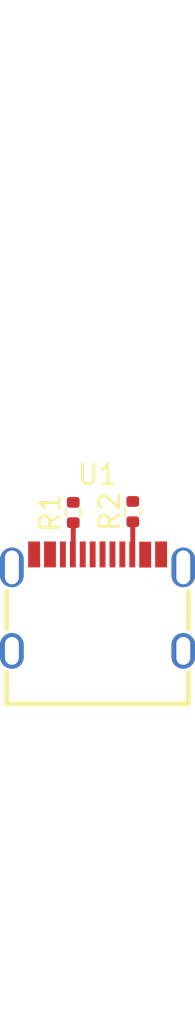
<source format=kicad_pcb>
(kicad_pcb (version 20240108) (generator "pcbnew") (generator_version "8.0")
  (layers (0 "F.Cu" signal) (31 "B.Cu" signal) (34 "B.Paste" user) (35 "F.Paste" user) (36 "B.SilkS" user "B.Silkscreen") (37 "F.SilkS" user "F.Silkscreen") (38 "B.Mask" user) (39 "F.Mask" user) (44 "Edge.Cuts" user))
  (net 0 "")
  (net 1 "sub2")
  (net 2 "cc1")
  (net 3 "vcc")
  (net 4 "gnd")
  (net 5 "dm")
  (net 6 "dp")
  (net 7 "cc2")
  (net 8 "sub1")
  (footprint "lib:USB-C-SMD_KH-TYPE-C-16P" (layer "F.Cu") (at 130.625 64.965)
    (property "Reference" "U1" (at 0 -6.42 0) (layer "F.SilkS"))
    (property "Value" "")
    (fp_line (start -4.58 -0.57) (end -4.58 1.32) (stroke (width 0.25)) (layer "F.SilkS"))
    (fp_line (start -4.58 3.51) (end -4.58 5.08) (stroke (width 0.25)) (layer "F.SilkS"))
    (fp_line (start -4.58 5.08) (end 4.57 5.08) (stroke (width 0.25)) (layer "F.SilkS"))
    (fp_line (start 4.57 1.32) (end 4.57 -0.57) (stroke (width 0.25)) (layer "F.SilkS"))
    (fp_line (start 4.57 5.08) (end 4.57 3.51) (stroke (width 0.25)) (layer "F.SilkS"))
    (pad "" thru_hole circle (at -2.89 -1.23) (size 0.7 0.7) (drill 0.7) (layers "*.Cu" "*.Mask"))
    (pad "" thru_hole circle (at 2.89 -1.23) (size 0.7 0.7) (drill 0.7) (layers "*.Cu" "*.Mask"))
    (pad "1" thru_hole oval (at -4.32 -1.77) (size 1.2 2) (drill oval 0.700024 1.699997) (layers "*.Cu" "*.Mask") (net 4 "gnd"))
    (pad "2" thru_hole oval (at 4.32 -1.77) (size 1.2 2) (drill oval 0.700024 1.699997) (layers "*.Cu" "*.Mask") (net 4 "gnd"))
    (pad "3" thru_hole oval (at -4.32 2.42) (size 1.2 1.8) (drill oval 0.700024 1.399997) (layers "*.Cu" "*.Mask") (net 4 "gnd"))
    (pad "4" thru_hole oval (at 4.32 2.42) (size 1.2 1.8) (drill oval 0.700024 1.399997) (layers "*.Cu" "*.Mask") (net 4 "gnd"))
    (pad "A1" smd rect (at -3.35 -2.42) (size 0.3 1.3) (layers "F.Cu" "F.Paste" "F.Mask") (net 4 "gnd"))
    (pad "A4" smd rect (at -2.55 -2.42) (size 0.3 1.3) (layers "F.Cu" "F.Paste" "F.Mask") (net 3 "vcc"))
    (pad "A5" smd rect (at -1.25 -2.42) (size 0.3 1.3) (layers "F.Cu" "F.Paste" "F.Mask") (net 2 "cc1"))
    (pad "A6" smd rect (at -0.25 -2.42) (size 0.3 1.3) (layers "F.Cu" "F.Paste" "F.Mask") (net 6 "dp"))
    (pad "A7" smd rect (at 0.25 -2.42) (size 0.3 1.3) (layers "F.Cu" "F.Paste" "F.Mask") (net 5 "dm"))
    (pad "A8" smd rect (at 1.25 -2.42) (size 0.3 1.3) (layers "F.Cu" "F.Paste" "F.Mask") (net 8 "sub1"))
    (pad "A9" smd rect (at 2.55 -2.41) (size 0.3 1.3) (layers "F.Cu" "F.Paste" "F.Mask") (net 3 "vcc"))
    (pad "A12" smd rect (at 3.35 -2.42) (size 0.3 1.3) (layers "F.Cu" "F.Paste" "F.Mask") (net 4 "gnd"))
    (pad "B1" smd rect (at 3.05 -2.42) (size 0.3 1.3) (layers "F.Cu" "F.Paste" "F.Mask") (net 4 "gnd"))
    (pad "B4" smd rect (at 2.25 -2.41) (size 0.3 1.3) (layers "F.Cu" "F.Paste" "F.Mask") (net 3 "vcc"))
    (pad "B5" smd rect (at 1.75 -2.42) (size 0.3 1.3) (layers "F.Cu" "F.Paste" "F.Mask") (net 7 "cc2"))
    (pad "B6" smd rect (at 0.75 -2.42) (size 0.3 1.3) (layers "F.Cu" "F.Paste" "F.Mask") (net 6 "dp"))
    (pad "B7" smd rect (at -0.75 -2.42) (size 0.3 1.3) (layers "F.Cu" "F.Paste" "F.Mask") (net 5 "dm"))
    (pad "B8" smd rect (at -1.75 -2.42) (size 0.3 1.3) (layers "F.Cu" "F.Paste" "F.Mask") (net 1 "sub2"))
    (pad "B9" smd rect (at -2.25 -2.42) (size 0.3 1.3) (layers "F.Cu" "F.Paste" "F.Mask") (net 3 "vcc"))
    (pad "B12" smd rect (at -3.05 -2.42) (size 0.3 1.3) (layers "F.Cu" "F.Paste" "F.Mask") (net 4 "gnd"))
  )
  (footprint "lib:R0402" (layer "F.Cu") (at 129.397949 60.442503 90)
    (property "Reference" "R1" (at 0 -1.17 90) (layer "F.SilkS"))
    (property "Value" "Chip Resistor - Surface Mount 4.7KOhms ±5% 1/16W 0402 RoHS")
    (fp_line (start -0.153641 -0.38) (end 0.153641 -0.38) (stroke (width 0.12)) (layer "F.SilkS"))
    (fp_line (start -0.153641 0.38) (end 0.153641 0.38) (stroke (width 0.12)) (layer "F.SilkS"))
    (pad "1" smd roundrect (at -0.51 0 90) (size 0.54 0.64) (layers "F.Cu" "F.Paste" "F.Mask") (net 2 "cc1"))
    (pad "2" smd roundrect (at 0.51 0 90) (size 0.54 0.64) (layers "F.Cu" "F.Paste" "F.Mask") (net 4 "gnd"))
  )
  (footprint "lib:R0402" (layer "F.Cu") (at 132.398595 60.39543 90)
    (property "Reference" "R2" (at 0 -1.17 90) (layer "F.SilkS"))
    (property "Value" "Chip Resistor - Surface Mount 4.7KOhms ±5% 1/16W 0402 RoHS")
    (fp_line (start -0.153641 -0.38) (end 0.153641 -0.38) (stroke (width 0.12)) (layer "F.SilkS"))
    (fp_line (start -0.153641 0.38) (end 0.153641 0.38) (stroke (width 0.12)) (layer "F.SilkS"))
    (pad "1" smd roundrect (at -0.51 0 90) (size 0.54 0.64) (layers "F.Cu" "F.Paste" "F.Mask") (net 7 "cc2"))
    (pad "2" smd roundrect (at 0.51 0 90) (size 0.54 0.64) (layers "F.Cu" "F.Paste" "F.Mask") (net 4 "gnd"))
  )
  (segment (start 129.397949 62.522051) (end 129.375 62.545) (width 0.25) (layer "F.Cu") (net 2))
  (segment (start 129.397949 60.952503) (end 129.397949 62.522051) (width 0.25) (layer "F.Cu") (net 2))
  (segment (start 132.398595 62.521405) (end 132.375 62.545) (width 0.25) (layer "F.Cu") (net 7))
  (segment (start 132.398595 60.90543) (end 132.398595 62.521405) (width 0.25) (layer "F.Cu") (net 7))
)
</source>
